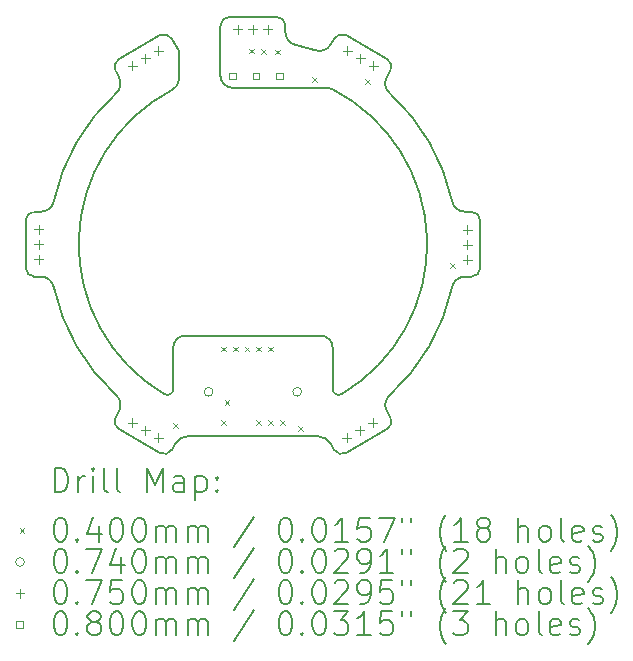
<source format=gbr>
%FSLAX45Y45*%
G04 Gerber Fmt 4.5, Leading zero omitted, Abs format (unit mm)*
G04 Created by KiCad (PCBNEW (6.0.5)) date 2022-06-17 15:32:32*
%MOMM*%
%LPD*%
G01*
G04 APERTURE LIST*
%TA.AperFunction,Profile*%
%ADD10C,0.200000*%
%TD*%
%ADD11C,0.200000*%
%ADD12C,0.040000*%
%ADD13C,0.074000*%
%ADD14C,0.075000*%
%ADD15C,0.080000*%
G04 APERTURE END LIST*
D10*
X13375000Y-13829000D02*
G75*
G03*
X13275000Y-13729000I-100000J0D01*
G01*
X12974994Y-11159954D02*
G75*
G03*
X13061819Y-11267372I109866J4D01*
G01*
X14550000Y-12679000D02*
X14494046Y-12679000D01*
X14625000Y-13154000D02*
X14625000Y-12754000D01*
X13856658Y-14233753D02*
G75*
G03*
X14386615Y-13315876I-1156658J1279753D01*
G01*
X13374996Y-14180784D02*
G75*
G03*
X13450439Y-14223830I50004J5D01*
G01*
X13229969Y-11312432D02*
G75*
G03*
X13358866Y-11262811I33751J104552D01*
G01*
X12425000Y-11529000D02*
G75*
G03*
X12525000Y-11629000I100000J0D01*
G01*
X13375000Y-14180784D02*
X13375000Y-13829000D01*
X13835707Y-14521101D02*
G75*
G03*
X13863157Y-14418647I-37497J64951D01*
G01*
X12525000Y-11629000D02*
X13320635Y-11629000D01*
X12013157Y-14693647D02*
X12041135Y-14645189D01*
X14625000Y-12754000D02*
G75*
G03*
X14550000Y-12679000I-75000J0D01*
G01*
X13275000Y-13729000D02*
X12125000Y-13729000D01*
X13450439Y-14223829D02*
G75*
G03*
X13373632Y-11641809I-750439J1269829D01*
G01*
X13835178Y-11537810D02*
G75*
G03*
X13856658Y-11674246I95142J-54930D01*
G01*
X13358864Y-14645190D02*
G75*
G03*
X13244224Y-14579000I-114644J-66190D01*
G01*
X12155778Y-14578999D02*
G75*
G03*
X12041135Y-14645189I2J-132381D01*
G01*
X13835180Y-11537811D02*
X13863157Y-11489353D01*
X13863155Y-11489352D02*
G75*
G03*
X13835705Y-11386901I-64945J37502D01*
G01*
X13863157Y-14418647D02*
X13835180Y-14370189D01*
X13835705Y-11386901D02*
X13489295Y-11186901D01*
X12025000Y-13829000D02*
X12025000Y-14180784D01*
X10905955Y-12679006D02*
G75*
G03*
X11013384Y-12592132I-5J109866D01*
G01*
X11013373Y-13315819D02*
G75*
G03*
X11543242Y-14233662I1686627J361819D01*
G01*
X11564822Y-14370190D02*
G75*
G03*
X11543242Y-14233663I-95143J54930D01*
G01*
X12020121Y-11645033D02*
G75*
G03*
X12074029Y-11556291I-46091J88743D01*
G01*
X13489295Y-14721099D02*
X13835705Y-14521099D01*
X11543343Y-11674247D02*
G75*
G03*
X11013384Y-12592132I1156657J-1279753D01*
G01*
X14386628Y-12592181D02*
G75*
G03*
X13856658Y-11674247I-1686628J-361819D01*
G01*
X11564821Y-14370189D02*
X11536843Y-14418647D01*
X13489299Y-11186895D02*
G75*
G03*
X13386843Y-11214353I-37499J-64955D01*
G01*
X12155778Y-14579000D02*
X13244224Y-14579000D01*
X11536848Y-14418650D02*
G75*
G03*
X11564295Y-14521099I64952J-37500D01*
G01*
X14494046Y-13228995D02*
G75*
G03*
X14386616Y-13315876I4J-109865D01*
G01*
X14386633Y-12592180D02*
G75*
G03*
X14494046Y-12679000I107417J23040D01*
G01*
X12500000Y-11029000D02*
G75*
G03*
X12425000Y-11104000I0J-75000D01*
G01*
X13358866Y-14645189D02*
X13386843Y-14693647D01*
X12074029Y-11556291D02*
X12074029Y-11319785D01*
X11564292Y-11386896D02*
G75*
G03*
X11536843Y-11489353I37508J-64954D01*
G01*
X13386850Y-14693643D02*
G75*
G03*
X13489295Y-14721099I64950J37493D01*
G01*
X10775000Y-13154000D02*
G75*
G03*
X10850000Y-13229000I75000J0D01*
G01*
X11910708Y-14721094D02*
G75*
G03*
X12013157Y-14693647I37502J64945D01*
G01*
X11543340Y-11674245D02*
G75*
G03*
X11564820Y-11537811I-73661J81505D01*
G01*
X12900000Y-11029000D02*
X12500000Y-11029000D01*
X10850001Y-13229000D02*
X10905955Y-13229000D01*
X12020122Y-11645035D02*
G75*
G03*
X11949562Y-14223829I679878J-1308965D01*
G01*
X13386843Y-11214353D02*
X13358866Y-11262811D01*
X11013367Y-13315820D02*
G75*
G03*
X10905955Y-13229000I-107417J-23040D01*
G01*
X12125000Y-13729000D02*
G75*
G03*
X12025000Y-13829000I0J-100000D01*
G01*
X12425000Y-11104000D02*
X12425000Y-11529000D01*
X10905955Y-12679000D02*
X10850001Y-12679000D01*
X12975000Y-11104000D02*
G75*
G03*
X12900000Y-11029000I-75000J0D01*
G01*
X13373630Y-11641811D02*
G75*
G03*
X13320635Y-11629000I-53000J-103229D01*
G01*
X12074029Y-11319785D02*
X12013157Y-11214353D01*
X14550000Y-13229000D02*
G75*
G03*
X14625000Y-13154000I0J75001D01*
G01*
X13229970Y-11312428D02*
G75*
G03*
X13061819Y-11267372I-529970J-1641592D01*
G01*
X11949563Y-14223827D02*
G75*
G03*
X12025000Y-14180784I25437J43047D01*
G01*
X10850001Y-12679000D02*
G75*
G03*
X10775000Y-12754000I-1J-75000D01*
G01*
X10775000Y-12754000D02*
X10775001Y-13154000D01*
X11910706Y-11186901D02*
X11564295Y-11386901D01*
X11536843Y-11489353D02*
X11564820Y-11537811D01*
X14494046Y-13229000D02*
X14550000Y-13229000D01*
X12975000Y-11159954D02*
X12975000Y-11104000D01*
X13856660Y-14233755D02*
G75*
G03*
X13835180Y-14370189I73660J-81505D01*
G01*
X11564295Y-14521099D02*
X11910705Y-14721099D01*
X12013162Y-11214350D02*
G75*
G03*
X11910706Y-11186901I-64952J-37500D01*
G01*
D11*
D12*
X12025000Y-14468999D02*
X12065000Y-14508999D01*
X12065000Y-14468999D02*
X12025000Y-14508999D01*
X12430000Y-13821500D02*
X12470000Y-13861500D01*
X12470000Y-13821500D02*
X12430000Y-13861500D01*
X12430000Y-14446502D02*
X12470000Y-14486502D01*
X12470000Y-14446502D02*
X12430000Y-14486502D01*
X12460000Y-14274000D02*
X12500000Y-14314000D01*
X12500000Y-14274000D02*
X12460000Y-14314000D01*
X12530000Y-13821500D02*
X12570000Y-13861500D01*
X12570000Y-13821500D02*
X12530000Y-13861500D01*
X12630000Y-13821500D02*
X12670000Y-13861500D01*
X12670000Y-13821500D02*
X12630000Y-13861500D01*
X12670000Y-11299000D02*
X12710000Y-11339000D01*
X12710000Y-11299000D02*
X12670000Y-11339000D01*
X12730000Y-13821500D02*
X12770000Y-13861500D01*
X12770000Y-13821500D02*
X12730000Y-13861500D01*
X12730000Y-14446501D02*
X12770000Y-14486501D01*
X12770000Y-14446501D02*
X12730000Y-14486501D01*
X12769178Y-11299822D02*
X12809178Y-11339822D01*
X12809178Y-11299822D02*
X12769178Y-11339822D01*
X12830000Y-13821500D02*
X12870000Y-13861500D01*
X12870000Y-13821500D02*
X12830000Y-13861500D01*
X12830000Y-14446501D02*
X12870000Y-14486501D01*
X12870000Y-14446501D02*
X12830000Y-14486501D01*
X12889043Y-11308000D02*
X12929043Y-11348000D01*
X12929043Y-11308000D02*
X12889043Y-11348000D01*
X12930000Y-14446499D02*
X12970000Y-14486499D01*
X12970000Y-14446499D02*
X12930000Y-14486499D01*
X13084091Y-14493999D02*
X13124091Y-14533999D01*
X13124091Y-14493999D02*
X13084091Y-14533999D01*
X13198503Y-11541500D02*
X13238503Y-11581500D01*
X13238503Y-11541500D02*
X13198503Y-11581500D01*
X13650000Y-11554000D02*
X13690000Y-11594000D01*
X13690000Y-11554000D02*
X13650000Y-11594000D01*
X14370000Y-13114000D02*
X14410000Y-13154000D01*
X14410000Y-13114000D02*
X14370000Y-13154000D01*
D13*
X12362000Y-14204000D02*
G75*
G03*
X12362000Y-14204000I-37000J0D01*
G01*
X13112000Y-14204000D02*
G75*
G03*
X13112000Y-14204000I-37000J0D01*
G01*
D14*
X10885000Y-12789500D02*
X10885000Y-12864500D01*
X10847500Y-12827000D02*
X10922500Y-12827000D01*
X10885000Y-12916500D02*
X10885000Y-12991500D01*
X10847500Y-12954000D02*
X10922500Y-12954000D01*
X10885000Y-13043500D02*
X10885000Y-13118500D01*
X10847500Y-13081000D02*
X10922500Y-13081000D01*
X11680015Y-14428000D02*
X11680015Y-14503000D01*
X11642515Y-14465500D02*
X11717515Y-14465500D01*
X11680015Y-11405000D02*
X11680015Y-11480000D01*
X11642515Y-11442500D02*
X11717515Y-11442500D01*
X11790000Y-11341500D02*
X11790000Y-11416500D01*
X11752500Y-11379000D02*
X11827500Y-11379000D01*
X11790000Y-14491500D02*
X11790000Y-14566500D01*
X11752500Y-14529000D02*
X11827500Y-14529000D01*
X11899985Y-14555000D02*
X11899985Y-14630000D01*
X11862485Y-14592500D02*
X11937485Y-14592500D01*
X11899985Y-11278000D02*
X11899985Y-11353000D01*
X11862485Y-11315500D02*
X11937485Y-11315500D01*
X12570460Y-11096500D02*
X12570460Y-11171500D01*
X12532960Y-11134000D02*
X12607960Y-11134000D01*
X12697460Y-11096500D02*
X12697460Y-11171500D01*
X12659960Y-11134000D02*
X12734960Y-11134000D01*
X12824460Y-11096500D02*
X12824460Y-11171500D01*
X12786960Y-11134000D02*
X12861960Y-11134000D01*
X13495015Y-14555000D02*
X13495015Y-14630000D01*
X13457515Y-14592500D02*
X13532515Y-14592500D01*
X13500015Y-11278000D02*
X13500015Y-11353000D01*
X13462515Y-11315500D02*
X13537515Y-11315500D01*
X13605000Y-14491500D02*
X13605000Y-14566500D01*
X13567500Y-14529000D02*
X13642500Y-14529000D01*
X13610000Y-11341500D02*
X13610000Y-11416500D01*
X13572500Y-11379000D02*
X13647500Y-11379000D01*
X13714985Y-14428000D02*
X13714985Y-14503000D01*
X13677485Y-14465500D02*
X13752485Y-14465500D01*
X13719985Y-11405000D02*
X13719985Y-11480000D01*
X13682485Y-11442500D02*
X13757485Y-11442500D01*
X14515000Y-12794500D02*
X14515000Y-12869500D01*
X14477500Y-12832000D02*
X14552500Y-12832000D01*
X14515000Y-12921500D02*
X14515000Y-12996500D01*
X14477500Y-12959000D02*
X14552500Y-12959000D01*
X14515000Y-13048500D02*
X14515000Y-13123500D01*
X14477500Y-13086000D02*
X14552500Y-13086000D01*
D15*
X12553284Y-11557284D02*
X12553284Y-11500715D01*
X12496715Y-11500715D01*
X12496715Y-11557284D01*
X12553284Y-11557284D01*
X12753284Y-11557284D02*
X12753284Y-11500715D01*
X12696715Y-11500715D01*
X12696715Y-11557284D01*
X12753284Y-11557284D01*
X12953284Y-11557284D02*
X12953284Y-11500715D01*
X12896715Y-11500715D01*
X12896715Y-11557284D01*
X12953284Y-11557284D01*
D11*
X11022619Y-15051621D02*
X11022619Y-14851621D01*
X11070238Y-14851621D01*
X11098810Y-14861145D01*
X11117857Y-14880193D01*
X11127381Y-14899240D01*
X11136905Y-14937336D01*
X11136905Y-14965907D01*
X11127381Y-15004002D01*
X11117857Y-15023050D01*
X11098810Y-15042097D01*
X11070238Y-15051621D01*
X11022619Y-15051621D01*
X11222619Y-15051621D02*
X11222619Y-14918288D01*
X11222619Y-14956383D02*
X11232143Y-14937336D01*
X11241667Y-14927812D01*
X11260714Y-14918288D01*
X11279762Y-14918288D01*
X11346428Y-15051621D02*
X11346428Y-14918288D01*
X11346428Y-14851621D02*
X11336905Y-14861145D01*
X11346428Y-14870669D01*
X11355952Y-14861145D01*
X11346428Y-14851621D01*
X11346428Y-14870669D01*
X11470238Y-15051621D02*
X11451190Y-15042097D01*
X11441667Y-15023050D01*
X11441667Y-14851621D01*
X11575000Y-15051621D02*
X11555952Y-15042097D01*
X11546428Y-15023050D01*
X11546428Y-14851621D01*
X11803571Y-15051621D02*
X11803571Y-14851621D01*
X11870238Y-14994478D01*
X11936905Y-14851621D01*
X11936905Y-15051621D01*
X12117857Y-15051621D02*
X12117857Y-14946859D01*
X12108333Y-14927812D01*
X12089286Y-14918288D01*
X12051190Y-14918288D01*
X12032143Y-14927812D01*
X12117857Y-15042097D02*
X12098809Y-15051621D01*
X12051190Y-15051621D01*
X12032143Y-15042097D01*
X12022619Y-15023050D01*
X12022619Y-15004002D01*
X12032143Y-14984955D01*
X12051190Y-14975431D01*
X12098809Y-14975431D01*
X12117857Y-14965907D01*
X12213095Y-14918288D02*
X12213095Y-15118288D01*
X12213095Y-14927812D02*
X12232143Y-14918288D01*
X12270238Y-14918288D01*
X12289286Y-14927812D01*
X12298809Y-14937336D01*
X12308333Y-14956383D01*
X12308333Y-15013526D01*
X12298809Y-15032574D01*
X12289286Y-15042097D01*
X12270238Y-15051621D01*
X12232143Y-15051621D01*
X12213095Y-15042097D01*
X12394048Y-15032574D02*
X12403571Y-15042097D01*
X12394048Y-15051621D01*
X12384524Y-15042097D01*
X12394048Y-15032574D01*
X12394048Y-15051621D01*
X12394048Y-14927812D02*
X12403571Y-14937336D01*
X12394048Y-14946859D01*
X12384524Y-14937336D01*
X12394048Y-14927812D01*
X12394048Y-14946859D01*
D12*
X10725000Y-15361145D02*
X10765000Y-15401145D01*
X10765000Y-15361145D02*
X10725000Y-15401145D01*
D11*
X11060714Y-15271621D02*
X11079762Y-15271621D01*
X11098810Y-15281145D01*
X11108333Y-15290669D01*
X11117857Y-15309717D01*
X11127381Y-15347812D01*
X11127381Y-15395431D01*
X11117857Y-15433526D01*
X11108333Y-15452574D01*
X11098810Y-15462097D01*
X11079762Y-15471621D01*
X11060714Y-15471621D01*
X11041667Y-15462097D01*
X11032143Y-15452574D01*
X11022619Y-15433526D01*
X11013095Y-15395431D01*
X11013095Y-15347812D01*
X11022619Y-15309717D01*
X11032143Y-15290669D01*
X11041667Y-15281145D01*
X11060714Y-15271621D01*
X11213095Y-15452574D02*
X11222619Y-15462097D01*
X11213095Y-15471621D01*
X11203571Y-15462097D01*
X11213095Y-15452574D01*
X11213095Y-15471621D01*
X11394048Y-15338288D02*
X11394048Y-15471621D01*
X11346428Y-15262097D02*
X11298809Y-15404955D01*
X11422619Y-15404955D01*
X11536905Y-15271621D02*
X11555952Y-15271621D01*
X11575000Y-15281145D01*
X11584524Y-15290669D01*
X11594048Y-15309717D01*
X11603571Y-15347812D01*
X11603571Y-15395431D01*
X11594048Y-15433526D01*
X11584524Y-15452574D01*
X11575000Y-15462097D01*
X11555952Y-15471621D01*
X11536905Y-15471621D01*
X11517857Y-15462097D01*
X11508333Y-15452574D01*
X11498809Y-15433526D01*
X11489286Y-15395431D01*
X11489286Y-15347812D01*
X11498809Y-15309717D01*
X11508333Y-15290669D01*
X11517857Y-15281145D01*
X11536905Y-15271621D01*
X11727381Y-15271621D02*
X11746428Y-15271621D01*
X11765476Y-15281145D01*
X11775000Y-15290669D01*
X11784524Y-15309717D01*
X11794048Y-15347812D01*
X11794048Y-15395431D01*
X11784524Y-15433526D01*
X11775000Y-15452574D01*
X11765476Y-15462097D01*
X11746428Y-15471621D01*
X11727381Y-15471621D01*
X11708333Y-15462097D01*
X11698809Y-15452574D01*
X11689286Y-15433526D01*
X11679762Y-15395431D01*
X11679762Y-15347812D01*
X11689286Y-15309717D01*
X11698809Y-15290669D01*
X11708333Y-15281145D01*
X11727381Y-15271621D01*
X11879762Y-15471621D02*
X11879762Y-15338288D01*
X11879762Y-15357336D02*
X11889286Y-15347812D01*
X11908333Y-15338288D01*
X11936905Y-15338288D01*
X11955952Y-15347812D01*
X11965476Y-15366859D01*
X11965476Y-15471621D01*
X11965476Y-15366859D02*
X11975000Y-15347812D01*
X11994048Y-15338288D01*
X12022619Y-15338288D01*
X12041667Y-15347812D01*
X12051190Y-15366859D01*
X12051190Y-15471621D01*
X12146428Y-15471621D02*
X12146428Y-15338288D01*
X12146428Y-15357336D02*
X12155952Y-15347812D01*
X12175000Y-15338288D01*
X12203571Y-15338288D01*
X12222619Y-15347812D01*
X12232143Y-15366859D01*
X12232143Y-15471621D01*
X12232143Y-15366859D02*
X12241667Y-15347812D01*
X12260714Y-15338288D01*
X12289286Y-15338288D01*
X12308333Y-15347812D01*
X12317857Y-15366859D01*
X12317857Y-15471621D01*
X12708333Y-15262097D02*
X12536905Y-15519240D01*
X12965476Y-15271621D02*
X12984524Y-15271621D01*
X13003571Y-15281145D01*
X13013095Y-15290669D01*
X13022619Y-15309717D01*
X13032143Y-15347812D01*
X13032143Y-15395431D01*
X13022619Y-15433526D01*
X13013095Y-15452574D01*
X13003571Y-15462097D01*
X12984524Y-15471621D01*
X12965476Y-15471621D01*
X12946428Y-15462097D01*
X12936905Y-15452574D01*
X12927381Y-15433526D01*
X12917857Y-15395431D01*
X12917857Y-15347812D01*
X12927381Y-15309717D01*
X12936905Y-15290669D01*
X12946428Y-15281145D01*
X12965476Y-15271621D01*
X13117857Y-15452574D02*
X13127381Y-15462097D01*
X13117857Y-15471621D01*
X13108333Y-15462097D01*
X13117857Y-15452574D01*
X13117857Y-15471621D01*
X13251190Y-15271621D02*
X13270238Y-15271621D01*
X13289286Y-15281145D01*
X13298809Y-15290669D01*
X13308333Y-15309717D01*
X13317857Y-15347812D01*
X13317857Y-15395431D01*
X13308333Y-15433526D01*
X13298809Y-15452574D01*
X13289286Y-15462097D01*
X13270238Y-15471621D01*
X13251190Y-15471621D01*
X13232143Y-15462097D01*
X13222619Y-15452574D01*
X13213095Y-15433526D01*
X13203571Y-15395431D01*
X13203571Y-15347812D01*
X13213095Y-15309717D01*
X13222619Y-15290669D01*
X13232143Y-15281145D01*
X13251190Y-15271621D01*
X13508333Y-15471621D02*
X13394048Y-15471621D01*
X13451190Y-15471621D02*
X13451190Y-15271621D01*
X13432143Y-15300193D01*
X13413095Y-15319240D01*
X13394048Y-15328764D01*
X13689286Y-15271621D02*
X13594048Y-15271621D01*
X13584524Y-15366859D01*
X13594048Y-15357336D01*
X13613095Y-15347812D01*
X13660714Y-15347812D01*
X13679762Y-15357336D01*
X13689286Y-15366859D01*
X13698809Y-15385907D01*
X13698809Y-15433526D01*
X13689286Y-15452574D01*
X13679762Y-15462097D01*
X13660714Y-15471621D01*
X13613095Y-15471621D01*
X13594048Y-15462097D01*
X13584524Y-15452574D01*
X13765476Y-15271621D02*
X13898809Y-15271621D01*
X13813095Y-15471621D01*
X13965476Y-15271621D02*
X13965476Y-15309717D01*
X14041667Y-15271621D02*
X14041667Y-15309717D01*
X14336905Y-15547812D02*
X14327381Y-15538288D01*
X14308333Y-15509717D01*
X14298809Y-15490669D01*
X14289286Y-15462097D01*
X14279762Y-15414478D01*
X14279762Y-15376383D01*
X14289286Y-15328764D01*
X14298809Y-15300193D01*
X14308333Y-15281145D01*
X14327381Y-15252574D01*
X14336905Y-15243050D01*
X14517857Y-15471621D02*
X14403571Y-15471621D01*
X14460714Y-15471621D02*
X14460714Y-15271621D01*
X14441667Y-15300193D01*
X14422619Y-15319240D01*
X14403571Y-15328764D01*
X14632143Y-15357336D02*
X14613095Y-15347812D01*
X14603571Y-15338288D01*
X14594048Y-15319240D01*
X14594048Y-15309717D01*
X14603571Y-15290669D01*
X14613095Y-15281145D01*
X14632143Y-15271621D01*
X14670238Y-15271621D01*
X14689286Y-15281145D01*
X14698809Y-15290669D01*
X14708333Y-15309717D01*
X14708333Y-15319240D01*
X14698809Y-15338288D01*
X14689286Y-15347812D01*
X14670238Y-15357336D01*
X14632143Y-15357336D01*
X14613095Y-15366859D01*
X14603571Y-15376383D01*
X14594048Y-15395431D01*
X14594048Y-15433526D01*
X14603571Y-15452574D01*
X14613095Y-15462097D01*
X14632143Y-15471621D01*
X14670238Y-15471621D01*
X14689286Y-15462097D01*
X14698809Y-15452574D01*
X14708333Y-15433526D01*
X14708333Y-15395431D01*
X14698809Y-15376383D01*
X14689286Y-15366859D01*
X14670238Y-15357336D01*
X14946428Y-15471621D02*
X14946428Y-15271621D01*
X15032143Y-15471621D02*
X15032143Y-15366859D01*
X15022619Y-15347812D01*
X15003571Y-15338288D01*
X14975000Y-15338288D01*
X14955952Y-15347812D01*
X14946428Y-15357336D01*
X15155952Y-15471621D02*
X15136905Y-15462097D01*
X15127381Y-15452574D01*
X15117857Y-15433526D01*
X15117857Y-15376383D01*
X15127381Y-15357336D01*
X15136905Y-15347812D01*
X15155952Y-15338288D01*
X15184524Y-15338288D01*
X15203571Y-15347812D01*
X15213095Y-15357336D01*
X15222619Y-15376383D01*
X15222619Y-15433526D01*
X15213095Y-15452574D01*
X15203571Y-15462097D01*
X15184524Y-15471621D01*
X15155952Y-15471621D01*
X15336905Y-15471621D02*
X15317857Y-15462097D01*
X15308333Y-15443050D01*
X15308333Y-15271621D01*
X15489286Y-15462097D02*
X15470238Y-15471621D01*
X15432143Y-15471621D01*
X15413095Y-15462097D01*
X15403571Y-15443050D01*
X15403571Y-15366859D01*
X15413095Y-15347812D01*
X15432143Y-15338288D01*
X15470238Y-15338288D01*
X15489286Y-15347812D01*
X15498809Y-15366859D01*
X15498809Y-15385907D01*
X15403571Y-15404955D01*
X15575000Y-15462097D02*
X15594048Y-15471621D01*
X15632143Y-15471621D01*
X15651190Y-15462097D01*
X15660714Y-15443050D01*
X15660714Y-15433526D01*
X15651190Y-15414478D01*
X15632143Y-15404955D01*
X15603571Y-15404955D01*
X15584524Y-15395431D01*
X15575000Y-15376383D01*
X15575000Y-15366859D01*
X15584524Y-15347812D01*
X15603571Y-15338288D01*
X15632143Y-15338288D01*
X15651190Y-15347812D01*
X15727381Y-15547812D02*
X15736905Y-15538288D01*
X15755952Y-15509717D01*
X15765476Y-15490669D01*
X15775000Y-15462097D01*
X15784524Y-15414478D01*
X15784524Y-15376383D01*
X15775000Y-15328764D01*
X15765476Y-15300193D01*
X15755952Y-15281145D01*
X15736905Y-15252574D01*
X15727381Y-15243050D01*
D13*
X10765000Y-15645145D02*
G75*
G03*
X10765000Y-15645145I-37000J0D01*
G01*
D11*
X11060714Y-15535621D02*
X11079762Y-15535621D01*
X11098810Y-15545145D01*
X11108333Y-15554669D01*
X11117857Y-15573717D01*
X11127381Y-15611812D01*
X11127381Y-15659431D01*
X11117857Y-15697526D01*
X11108333Y-15716574D01*
X11098810Y-15726097D01*
X11079762Y-15735621D01*
X11060714Y-15735621D01*
X11041667Y-15726097D01*
X11032143Y-15716574D01*
X11022619Y-15697526D01*
X11013095Y-15659431D01*
X11013095Y-15611812D01*
X11022619Y-15573717D01*
X11032143Y-15554669D01*
X11041667Y-15545145D01*
X11060714Y-15535621D01*
X11213095Y-15716574D02*
X11222619Y-15726097D01*
X11213095Y-15735621D01*
X11203571Y-15726097D01*
X11213095Y-15716574D01*
X11213095Y-15735621D01*
X11289286Y-15535621D02*
X11422619Y-15535621D01*
X11336905Y-15735621D01*
X11584524Y-15602288D02*
X11584524Y-15735621D01*
X11536905Y-15526097D02*
X11489286Y-15668955D01*
X11613095Y-15668955D01*
X11727381Y-15535621D02*
X11746428Y-15535621D01*
X11765476Y-15545145D01*
X11775000Y-15554669D01*
X11784524Y-15573717D01*
X11794048Y-15611812D01*
X11794048Y-15659431D01*
X11784524Y-15697526D01*
X11775000Y-15716574D01*
X11765476Y-15726097D01*
X11746428Y-15735621D01*
X11727381Y-15735621D01*
X11708333Y-15726097D01*
X11698809Y-15716574D01*
X11689286Y-15697526D01*
X11679762Y-15659431D01*
X11679762Y-15611812D01*
X11689286Y-15573717D01*
X11698809Y-15554669D01*
X11708333Y-15545145D01*
X11727381Y-15535621D01*
X11879762Y-15735621D02*
X11879762Y-15602288D01*
X11879762Y-15621336D02*
X11889286Y-15611812D01*
X11908333Y-15602288D01*
X11936905Y-15602288D01*
X11955952Y-15611812D01*
X11965476Y-15630859D01*
X11965476Y-15735621D01*
X11965476Y-15630859D02*
X11975000Y-15611812D01*
X11994048Y-15602288D01*
X12022619Y-15602288D01*
X12041667Y-15611812D01*
X12051190Y-15630859D01*
X12051190Y-15735621D01*
X12146428Y-15735621D02*
X12146428Y-15602288D01*
X12146428Y-15621336D02*
X12155952Y-15611812D01*
X12175000Y-15602288D01*
X12203571Y-15602288D01*
X12222619Y-15611812D01*
X12232143Y-15630859D01*
X12232143Y-15735621D01*
X12232143Y-15630859D02*
X12241667Y-15611812D01*
X12260714Y-15602288D01*
X12289286Y-15602288D01*
X12308333Y-15611812D01*
X12317857Y-15630859D01*
X12317857Y-15735621D01*
X12708333Y-15526097D02*
X12536905Y-15783240D01*
X12965476Y-15535621D02*
X12984524Y-15535621D01*
X13003571Y-15545145D01*
X13013095Y-15554669D01*
X13022619Y-15573717D01*
X13032143Y-15611812D01*
X13032143Y-15659431D01*
X13022619Y-15697526D01*
X13013095Y-15716574D01*
X13003571Y-15726097D01*
X12984524Y-15735621D01*
X12965476Y-15735621D01*
X12946428Y-15726097D01*
X12936905Y-15716574D01*
X12927381Y-15697526D01*
X12917857Y-15659431D01*
X12917857Y-15611812D01*
X12927381Y-15573717D01*
X12936905Y-15554669D01*
X12946428Y-15545145D01*
X12965476Y-15535621D01*
X13117857Y-15716574D02*
X13127381Y-15726097D01*
X13117857Y-15735621D01*
X13108333Y-15726097D01*
X13117857Y-15716574D01*
X13117857Y-15735621D01*
X13251190Y-15535621D02*
X13270238Y-15535621D01*
X13289286Y-15545145D01*
X13298809Y-15554669D01*
X13308333Y-15573717D01*
X13317857Y-15611812D01*
X13317857Y-15659431D01*
X13308333Y-15697526D01*
X13298809Y-15716574D01*
X13289286Y-15726097D01*
X13270238Y-15735621D01*
X13251190Y-15735621D01*
X13232143Y-15726097D01*
X13222619Y-15716574D01*
X13213095Y-15697526D01*
X13203571Y-15659431D01*
X13203571Y-15611812D01*
X13213095Y-15573717D01*
X13222619Y-15554669D01*
X13232143Y-15545145D01*
X13251190Y-15535621D01*
X13394048Y-15554669D02*
X13403571Y-15545145D01*
X13422619Y-15535621D01*
X13470238Y-15535621D01*
X13489286Y-15545145D01*
X13498809Y-15554669D01*
X13508333Y-15573717D01*
X13508333Y-15592764D01*
X13498809Y-15621336D01*
X13384524Y-15735621D01*
X13508333Y-15735621D01*
X13603571Y-15735621D02*
X13641667Y-15735621D01*
X13660714Y-15726097D01*
X13670238Y-15716574D01*
X13689286Y-15688002D01*
X13698809Y-15649907D01*
X13698809Y-15573717D01*
X13689286Y-15554669D01*
X13679762Y-15545145D01*
X13660714Y-15535621D01*
X13622619Y-15535621D01*
X13603571Y-15545145D01*
X13594048Y-15554669D01*
X13584524Y-15573717D01*
X13584524Y-15621336D01*
X13594048Y-15640383D01*
X13603571Y-15649907D01*
X13622619Y-15659431D01*
X13660714Y-15659431D01*
X13679762Y-15649907D01*
X13689286Y-15640383D01*
X13698809Y-15621336D01*
X13889286Y-15735621D02*
X13775000Y-15735621D01*
X13832143Y-15735621D02*
X13832143Y-15535621D01*
X13813095Y-15564193D01*
X13794048Y-15583240D01*
X13775000Y-15592764D01*
X13965476Y-15535621D02*
X13965476Y-15573717D01*
X14041667Y-15535621D02*
X14041667Y-15573717D01*
X14336905Y-15811812D02*
X14327381Y-15802288D01*
X14308333Y-15773717D01*
X14298809Y-15754669D01*
X14289286Y-15726097D01*
X14279762Y-15678478D01*
X14279762Y-15640383D01*
X14289286Y-15592764D01*
X14298809Y-15564193D01*
X14308333Y-15545145D01*
X14327381Y-15516574D01*
X14336905Y-15507050D01*
X14403571Y-15554669D02*
X14413095Y-15545145D01*
X14432143Y-15535621D01*
X14479762Y-15535621D01*
X14498809Y-15545145D01*
X14508333Y-15554669D01*
X14517857Y-15573717D01*
X14517857Y-15592764D01*
X14508333Y-15621336D01*
X14394048Y-15735621D01*
X14517857Y-15735621D01*
X14755952Y-15735621D02*
X14755952Y-15535621D01*
X14841667Y-15735621D02*
X14841667Y-15630859D01*
X14832143Y-15611812D01*
X14813095Y-15602288D01*
X14784524Y-15602288D01*
X14765476Y-15611812D01*
X14755952Y-15621336D01*
X14965476Y-15735621D02*
X14946428Y-15726097D01*
X14936905Y-15716574D01*
X14927381Y-15697526D01*
X14927381Y-15640383D01*
X14936905Y-15621336D01*
X14946428Y-15611812D01*
X14965476Y-15602288D01*
X14994048Y-15602288D01*
X15013095Y-15611812D01*
X15022619Y-15621336D01*
X15032143Y-15640383D01*
X15032143Y-15697526D01*
X15022619Y-15716574D01*
X15013095Y-15726097D01*
X14994048Y-15735621D01*
X14965476Y-15735621D01*
X15146428Y-15735621D02*
X15127381Y-15726097D01*
X15117857Y-15707050D01*
X15117857Y-15535621D01*
X15298809Y-15726097D02*
X15279762Y-15735621D01*
X15241667Y-15735621D01*
X15222619Y-15726097D01*
X15213095Y-15707050D01*
X15213095Y-15630859D01*
X15222619Y-15611812D01*
X15241667Y-15602288D01*
X15279762Y-15602288D01*
X15298809Y-15611812D01*
X15308333Y-15630859D01*
X15308333Y-15649907D01*
X15213095Y-15668955D01*
X15384524Y-15726097D02*
X15403571Y-15735621D01*
X15441667Y-15735621D01*
X15460714Y-15726097D01*
X15470238Y-15707050D01*
X15470238Y-15697526D01*
X15460714Y-15678478D01*
X15441667Y-15668955D01*
X15413095Y-15668955D01*
X15394048Y-15659431D01*
X15384524Y-15640383D01*
X15384524Y-15630859D01*
X15394048Y-15611812D01*
X15413095Y-15602288D01*
X15441667Y-15602288D01*
X15460714Y-15611812D01*
X15536905Y-15811812D02*
X15546428Y-15802288D01*
X15565476Y-15773717D01*
X15575000Y-15754669D01*
X15584524Y-15726097D01*
X15594048Y-15678478D01*
X15594048Y-15640383D01*
X15584524Y-15592764D01*
X15575000Y-15564193D01*
X15565476Y-15545145D01*
X15546428Y-15516574D01*
X15536905Y-15507050D01*
D14*
X10727500Y-15871645D02*
X10727500Y-15946645D01*
X10690000Y-15909145D02*
X10765000Y-15909145D01*
D11*
X11060714Y-15799621D02*
X11079762Y-15799621D01*
X11098810Y-15809145D01*
X11108333Y-15818669D01*
X11117857Y-15837717D01*
X11127381Y-15875812D01*
X11127381Y-15923431D01*
X11117857Y-15961526D01*
X11108333Y-15980574D01*
X11098810Y-15990097D01*
X11079762Y-15999621D01*
X11060714Y-15999621D01*
X11041667Y-15990097D01*
X11032143Y-15980574D01*
X11022619Y-15961526D01*
X11013095Y-15923431D01*
X11013095Y-15875812D01*
X11022619Y-15837717D01*
X11032143Y-15818669D01*
X11041667Y-15809145D01*
X11060714Y-15799621D01*
X11213095Y-15980574D02*
X11222619Y-15990097D01*
X11213095Y-15999621D01*
X11203571Y-15990097D01*
X11213095Y-15980574D01*
X11213095Y-15999621D01*
X11289286Y-15799621D02*
X11422619Y-15799621D01*
X11336905Y-15999621D01*
X11594048Y-15799621D02*
X11498809Y-15799621D01*
X11489286Y-15894859D01*
X11498809Y-15885336D01*
X11517857Y-15875812D01*
X11565476Y-15875812D01*
X11584524Y-15885336D01*
X11594048Y-15894859D01*
X11603571Y-15913907D01*
X11603571Y-15961526D01*
X11594048Y-15980574D01*
X11584524Y-15990097D01*
X11565476Y-15999621D01*
X11517857Y-15999621D01*
X11498809Y-15990097D01*
X11489286Y-15980574D01*
X11727381Y-15799621D02*
X11746428Y-15799621D01*
X11765476Y-15809145D01*
X11775000Y-15818669D01*
X11784524Y-15837717D01*
X11794048Y-15875812D01*
X11794048Y-15923431D01*
X11784524Y-15961526D01*
X11775000Y-15980574D01*
X11765476Y-15990097D01*
X11746428Y-15999621D01*
X11727381Y-15999621D01*
X11708333Y-15990097D01*
X11698809Y-15980574D01*
X11689286Y-15961526D01*
X11679762Y-15923431D01*
X11679762Y-15875812D01*
X11689286Y-15837717D01*
X11698809Y-15818669D01*
X11708333Y-15809145D01*
X11727381Y-15799621D01*
X11879762Y-15999621D02*
X11879762Y-15866288D01*
X11879762Y-15885336D02*
X11889286Y-15875812D01*
X11908333Y-15866288D01*
X11936905Y-15866288D01*
X11955952Y-15875812D01*
X11965476Y-15894859D01*
X11965476Y-15999621D01*
X11965476Y-15894859D02*
X11975000Y-15875812D01*
X11994048Y-15866288D01*
X12022619Y-15866288D01*
X12041667Y-15875812D01*
X12051190Y-15894859D01*
X12051190Y-15999621D01*
X12146428Y-15999621D02*
X12146428Y-15866288D01*
X12146428Y-15885336D02*
X12155952Y-15875812D01*
X12175000Y-15866288D01*
X12203571Y-15866288D01*
X12222619Y-15875812D01*
X12232143Y-15894859D01*
X12232143Y-15999621D01*
X12232143Y-15894859D02*
X12241667Y-15875812D01*
X12260714Y-15866288D01*
X12289286Y-15866288D01*
X12308333Y-15875812D01*
X12317857Y-15894859D01*
X12317857Y-15999621D01*
X12708333Y-15790097D02*
X12536905Y-16047240D01*
X12965476Y-15799621D02*
X12984524Y-15799621D01*
X13003571Y-15809145D01*
X13013095Y-15818669D01*
X13022619Y-15837717D01*
X13032143Y-15875812D01*
X13032143Y-15923431D01*
X13022619Y-15961526D01*
X13013095Y-15980574D01*
X13003571Y-15990097D01*
X12984524Y-15999621D01*
X12965476Y-15999621D01*
X12946428Y-15990097D01*
X12936905Y-15980574D01*
X12927381Y-15961526D01*
X12917857Y-15923431D01*
X12917857Y-15875812D01*
X12927381Y-15837717D01*
X12936905Y-15818669D01*
X12946428Y-15809145D01*
X12965476Y-15799621D01*
X13117857Y-15980574D02*
X13127381Y-15990097D01*
X13117857Y-15999621D01*
X13108333Y-15990097D01*
X13117857Y-15980574D01*
X13117857Y-15999621D01*
X13251190Y-15799621D02*
X13270238Y-15799621D01*
X13289286Y-15809145D01*
X13298809Y-15818669D01*
X13308333Y-15837717D01*
X13317857Y-15875812D01*
X13317857Y-15923431D01*
X13308333Y-15961526D01*
X13298809Y-15980574D01*
X13289286Y-15990097D01*
X13270238Y-15999621D01*
X13251190Y-15999621D01*
X13232143Y-15990097D01*
X13222619Y-15980574D01*
X13213095Y-15961526D01*
X13203571Y-15923431D01*
X13203571Y-15875812D01*
X13213095Y-15837717D01*
X13222619Y-15818669D01*
X13232143Y-15809145D01*
X13251190Y-15799621D01*
X13394048Y-15818669D02*
X13403571Y-15809145D01*
X13422619Y-15799621D01*
X13470238Y-15799621D01*
X13489286Y-15809145D01*
X13498809Y-15818669D01*
X13508333Y-15837717D01*
X13508333Y-15856764D01*
X13498809Y-15885336D01*
X13384524Y-15999621D01*
X13508333Y-15999621D01*
X13603571Y-15999621D02*
X13641667Y-15999621D01*
X13660714Y-15990097D01*
X13670238Y-15980574D01*
X13689286Y-15952002D01*
X13698809Y-15913907D01*
X13698809Y-15837717D01*
X13689286Y-15818669D01*
X13679762Y-15809145D01*
X13660714Y-15799621D01*
X13622619Y-15799621D01*
X13603571Y-15809145D01*
X13594048Y-15818669D01*
X13584524Y-15837717D01*
X13584524Y-15885336D01*
X13594048Y-15904383D01*
X13603571Y-15913907D01*
X13622619Y-15923431D01*
X13660714Y-15923431D01*
X13679762Y-15913907D01*
X13689286Y-15904383D01*
X13698809Y-15885336D01*
X13879762Y-15799621D02*
X13784524Y-15799621D01*
X13775000Y-15894859D01*
X13784524Y-15885336D01*
X13803571Y-15875812D01*
X13851190Y-15875812D01*
X13870238Y-15885336D01*
X13879762Y-15894859D01*
X13889286Y-15913907D01*
X13889286Y-15961526D01*
X13879762Y-15980574D01*
X13870238Y-15990097D01*
X13851190Y-15999621D01*
X13803571Y-15999621D01*
X13784524Y-15990097D01*
X13775000Y-15980574D01*
X13965476Y-15799621D02*
X13965476Y-15837717D01*
X14041667Y-15799621D02*
X14041667Y-15837717D01*
X14336905Y-16075812D02*
X14327381Y-16066288D01*
X14308333Y-16037717D01*
X14298809Y-16018669D01*
X14289286Y-15990097D01*
X14279762Y-15942478D01*
X14279762Y-15904383D01*
X14289286Y-15856764D01*
X14298809Y-15828193D01*
X14308333Y-15809145D01*
X14327381Y-15780574D01*
X14336905Y-15771050D01*
X14403571Y-15818669D02*
X14413095Y-15809145D01*
X14432143Y-15799621D01*
X14479762Y-15799621D01*
X14498809Y-15809145D01*
X14508333Y-15818669D01*
X14517857Y-15837717D01*
X14517857Y-15856764D01*
X14508333Y-15885336D01*
X14394048Y-15999621D01*
X14517857Y-15999621D01*
X14708333Y-15999621D02*
X14594048Y-15999621D01*
X14651190Y-15999621D02*
X14651190Y-15799621D01*
X14632143Y-15828193D01*
X14613095Y-15847240D01*
X14594048Y-15856764D01*
X14946428Y-15999621D02*
X14946428Y-15799621D01*
X15032143Y-15999621D02*
X15032143Y-15894859D01*
X15022619Y-15875812D01*
X15003571Y-15866288D01*
X14975000Y-15866288D01*
X14955952Y-15875812D01*
X14946428Y-15885336D01*
X15155952Y-15999621D02*
X15136905Y-15990097D01*
X15127381Y-15980574D01*
X15117857Y-15961526D01*
X15117857Y-15904383D01*
X15127381Y-15885336D01*
X15136905Y-15875812D01*
X15155952Y-15866288D01*
X15184524Y-15866288D01*
X15203571Y-15875812D01*
X15213095Y-15885336D01*
X15222619Y-15904383D01*
X15222619Y-15961526D01*
X15213095Y-15980574D01*
X15203571Y-15990097D01*
X15184524Y-15999621D01*
X15155952Y-15999621D01*
X15336905Y-15999621D02*
X15317857Y-15990097D01*
X15308333Y-15971050D01*
X15308333Y-15799621D01*
X15489286Y-15990097D02*
X15470238Y-15999621D01*
X15432143Y-15999621D01*
X15413095Y-15990097D01*
X15403571Y-15971050D01*
X15403571Y-15894859D01*
X15413095Y-15875812D01*
X15432143Y-15866288D01*
X15470238Y-15866288D01*
X15489286Y-15875812D01*
X15498809Y-15894859D01*
X15498809Y-15913907D01*
X15403571Y-15932955D01*
X15575000Y-15990097D02*
X15594048Y-15999621D01*
X15632143Y-15999621D01*
X15651190Y-15990097D01*
X15660714Y-15971050D01*
X15660714Y-15961526D01*
X15651190Y-15942478D01*
X15632143Y-15932955D01*
X15603571Y-15932955D01*
X15584524Y-15923431D01*
X15575000Y-15904383D01*
X15575000Y-15894859D01*
X15584524Y-15875812D01*
X15603571Y-15866288D01*
X15632143Y-15866288D01*
X15651190Y-15875812D01*
X15727381Y-16075812D02*
X15736905Y-16066288D01*
X15755952Y-16037717D01*
X15765476Y-16018669D01*
X15775000Y-15990097D01*
X15784524Y-15942478D01*
X15784524Y-15904383D01*
X15775000Y-15856764D01*
X15765476Y-15828193D01*
X15755952Y-15809145D01*
X15736905Y-15780574D01*
X15727381Y-15771050D01*
D15*
X10753285Y-16201430D02*
X10753285Y-16144861D01*
X10696716Y-16144861D01*
X10696716Y-16201430D01*
X10753285Y-16201430D01*
D11*
X11060714Y-16063621D02*
X11079762Y-16063621D01*
X11098810Y-16073145D01*
X11108333Y-16082669D01*
X11117857Y-16101717D01*
X11127381Y-16139812D01*
X11127381Y-16187431D01*
X11117857Y-16225526D01*
X11108333Y-16244574D01*
X11098810Y-16254097D01*
X11079762Y-16263621D01*
X11060714Y-16263621D01*
X11041667Y-16254097D01*
X11032143Y-16244574D01*
X11022619Y-16225526D01*
X11013095Y-16187431D01*
X11013095Y-16139812D01*
X11022619Y-16101717D01*
X11032143Y-16082669D01*
X11041667Y-16073145D01*
X11060714Y-16063621D01*
X11213095Y-16244574D02*
X11222619Y-16254097D01*
X11213095Y-16263621D01*
X11203571Y-16254097D01*
X11213095Y-16244574D01*
X11213095Y-16263621D01*
X11336905Y-16149336D02*
X11317857Y-16139812D01*
X11308333Y-16130288D01*
X11298809Y-16111240D01*
X11298809Y-16101717D01*
X11308333Y-16082669D01*
X11317857Y-16073145D01*
X11336905Y-16063621D01*
X11375000Y-16063621D01*
X11394048Y-16073145D01*
X11403571Y-16082669D01*
X11413095Y-16101717D01*
X11413095Y-16111240D01*
X11403571Y-16130288D01*
X11394048Y-16139812D01*
X11375000Y-16149336D01*
X11336905Y-16149336D01*
X11317857Y-16158859D01*
X11308333Y-16168383D01*
X11298809Y-16187431D01*
X11298809Y-16225526D01*
X11308333Y-16244574D01*
X11317857Y-16254097D01*
X11336905Y-16263621D01*
X11375000Y-16263621D01*
X11394048Y-16254097D01*
X11403571Y-16244574D01*
X11413095Y-16225526D01*
X11413095Y-16187431D01*
X11403571Y-16168383D01*
X11394048Y-16158859D01*
X11375000Y-16149336D01*
X11536905Y-16063621D02*
X11555952Y-16063621D01*
X11575000Y-16073145D01*
X11584524Y-16082669D01*
X11594048Y-16101717D01*
X11603571Y-16139812D01*
X11603571Y-16187431D01*
X11594048Y-16225526D01*
X11584524Y-16244574D01*
X11575000Y-16254097D01*
X11555952Y-16263621D01*
X11536905Y-16263621D01*
X11517857Y-16254097D01*
X11508333Y-16244574D01*
X11498809Y-16225526D01*
X11489286Y-16187431D01*
X11489286Y-16139812D01*
X11498809Y-16101717D01*
X11508333Y-16082669D01*
X11517857Y-16073145D01*
X11536905Y-16063621D01*
X11727381Y-16063621D02*
X11746428Y-16063621D01*
X11765476Y-16073145D01*
X11775000Y-16082669D01*
X11784524Y-16101717D01*
X11794048Y-16139812D01*
X11794048Y-16187431D01*
X11784524Y-16225526D01*
X11775000Y-16244574D01*
X11765476Y-16254097D01*
X11746428Y-16263621D01*
X11727381Y-16263621D01*
X11708333Y-16254097D01*
X11698809Y-16244574D01*
X11689286Y-16225526D01*
X11679762Y-16187431D01*
X11679762Y-16139812D01*
X11689286Y-16101717D01*
X11698809Y-16082669D01*
X11708333Y-16073145D01*
X11727381Y-16063621D01*
X11879762Y-16263621D02*
X11879762Y-16130288D01*
X11879762Y-16149336D02*
X11889286Y-16139812D01*
X11908333Y-16130288D01*
X11936905Y-16130288D01*
X11955952Y-16139812D01*
X11965476Y-16158859D01*
X11965476Y-16263621D01*
X11965476Y-16158859D02*
X11975000Y-16139812D01*
X11994048Y-16130288D01*
X12022619Y-16130288D01*
X12041667Y-16139812D01*
X12051190Y-16158859D01*
X12051190Y-16263621D01*
X12146428Y-16263621D02*
X12146428Y-16130288D01*
X12146428Y-16149336D02*
X12155952Y-16139812D01*
X12175000Y-16130288D01*
X12203571Y-16130288D01*
X12222619Y-16139812D01*
X12232143Y-16158859D01*
X12232143Y-16263621D01*
X12232143Y-16158859D02*
X12241667Y-16139812D01*
X12260714Y-16130288D01*
X12289286Y-16130288D01*
X12308333Y-16139812D01*
X12317857Y-16158859D01*
X12317857Y-16263621D01*
X12708333Y-16054097D02*
X12536905Y-16311240D01*
X12965476Y-16063621D02*
X12984524Y-16063621D01*
X13003571Y-16073145D01*
X13013095Y-16082669D01*
X13022619Y-16101717D01*
X13032143Y-16139812D01*
X13032143Y-16187431D01*
X13022619Y-16225526D01*
X13013095Y-16244574D01*
X13003571Y-16254097D01*
X12984524Y-16263621D01*
X12965476Y-16263621D01*
X12946428Y-16254097D01*
X12936905Y-16244574D01*
X12927381Y-16225526D01*
X12917857Y-16187431D01*
X12917857Y-16139812D01*
X12927381Y-16101717D01*
X12936905Y-16082669D01*
X12946428Y-16073145D01*
X12965476Y-16063621D01*
X13117857Y-16244574D02*
X13127381Y-16254097D01*
X13117857Y-16263621D01*
X13108333Y-16254097D01*
X13117857Y-16244574D01*
X13117857Y-16263621D01*
X13251190Y-16063621D02*
X13270238Y-16063621D01*
X13289286Y-16073145D01*
X13298809Y-16082669D01*
X13308333Y-16101717D01*
X13317857Y-16139812D01*
X13317857Y-16187431D01*
X13308333Y-16225526D01*
X13298809Y-16244574D01*
X13289286Y-16254097D01*
X13270238Y-16263621D01*
X13251190Y-16263621D01*
X13232143Y-16254097D01*
X13222619Y-16244574D01*
X13213095Y-16225526D01*
X13203571Y-16187431D01*
X13203571Y-16139812D01*
X13213095Y-16101717D01*
X13222619Y-16082669D01*
X13232143Y-16073145D01*
X13251190Y-16063621D01*
X13384524Y-16063621D02*
X13508333Y-16063621D01*
X13441667Y-16139812D01*
X13470238Y-16139812D01*
X13489286Y-16149336D01*
X13498809Y-16158859D01*
X13508333Y-16177907D01*
X13508333Y-16225526D01*
X13498809Y-16244574D01*
X13489286Y-16254097D01*
X13470238Y-16263621D01*
X13413095Y-16263621D01*
X13394048Y-16254097D01*
X13384524Y-16244574D01*
X13698809Y-16263621D02*
X13584524Y-16263621D01*
X13641667Y-16263621D02*
X13641667Y-16063621D01*
X13622619Y-16092193D01*
X13603571Y-16111240D01*
X13584524Y-16120764D01*
X13879762Y-16063621D02*
X13784524Y-16063621D01*
X13775000Y-16158859D01*
X13784524Y-16149336D01*
X13803571Y-16139812D01*
X13851190Y-16139812D01*
X13870238Y-16149336D01*
X13879762Y-16158859D01*
X13889286Y-16177907D01*
X13889286Y-16225526D01*
X13879762Y-16244574D01*
X13870238Y-16254097D01*
X13851190Y-16263621D01*
X13803571Y-16263621D01*
X13784524Y-16254097D01*
X13775000Y-16244574D01*
X13965476Y-16063621D02*
X13965476Y-16101717D01*
X14041667Y-16063621D02*
X14041667Y-16101717D01*
X14336905Y-16339812D02*
X14327381Y-16330288D01*
X14308333Y-16301717D01*
X14298809Y-16282669D01*
X14289286Y-16254097D01*
X14279762Y-16206478D01*
X14279762Y-16168383D01*
X14289286Y-16120764D01*
X14298809Y-16092193D01*
X14308333Y-16073145D01*
X14327381Y-16044574D01*
X14336905Y-16035050D01*
X14394048Y-16063621D02*
X14517857Y-16063621D01*
X14451190Y-16139812D01*
X14479762Y-16139812D01*
X14498809Y-16149336D01*
X14508333Y-16158859D01*
X14517857Y-16177907D01*
X14517857Y-16225526D01*
X14508333Y-16244574D01*
X14498809Y-16254097D01*
X14479762Y-16263621D01*
X14422619Y-16263621D01*
X14403571Y-16254097D01*
X14394048Y-16244574D01*
X14755952Y-16263621D02*
X14755952Y-16063621D01*
X14841667Y-16263621D02*
X14841667Y-16158859D01*
X14832143Y-16139812D01*
X14813095Y-16130288D01*
X14784524Y-16130288D01*
X14765476Y-16139812D01*
X14755952Y-16149336D01*
X14965476Y-16263621D02*
X14946428Y-16254097D01*
X14936905Y-16244574D01*
X14927381Y-16225526D01*
X14927381Y-16168383D01*
X14936905Y-16149336D01*
X14946428Y-16139812D01*
X14965476Y-16130288D01*
X14994048Y-16130288D01*
X15013095Y-16139812D01*
X15022619Y-16149336D01*
X15032143Y-16168383D01*
X15032143Y-16225526D01*
X15022619Y-16244574D01*
X15013095Y-16254097D01*
X14994048Y-16263621D01*
X14965476Y-16263621D01*
X15146428Y-16263621D02*
X15127381Y-16254097D01*
X15117857Y-16235050D01*
X15117857Y-16063621D01*
X15298809Y-16254097D02*
X15279762Y-16263621D01*
X15241667Y-16263621D01*
X15222619Y-16254097D01*
X15213095Y-16235050D01*
X15213095Y-16158859D01*
X15222619Y-16139812D01*
X15241667Y-16130288D01*
X15279762Y-16130288D01*
X15298809Y-16139812D01*
X15308333Y-16158859D01*
X15308333Y-16177907D01*
X15213095Y-16196955D01*
X15384524Y-16254097D02*
X15403571Y-16263621D01*
X15441667Y-16263621D01*
X15460714Y-16254097D01*
X15470238Y-16235050D01*
X15470238Y-16225526D01*
X15460714Y-16206478D01*
X15441667Y-16196955D01*
X15413095Y-16196955D01*
X15394048Y-16187431D01*
X15384524Y-16168383D01*
X15384524Y-16158859D01*
X15394048Y-16139812D01*
X15413095Y-16130288D01*
X15441667Y-16130288D01*
X15460714Y-16139812D01*
X15536905Y-16339812D02*
X15546428Y-16330288D01*
X15565476Y-16301717D01*
X15575000Y-16282669D01*
X15584524Y-16254097D01*
X15594048Y-16206478D01*
X15594048Y-16168383D01*
X15584524Y-16120764D01*
X15575000Y-16092193D01*
X15565476Y-16073145D01*
X15546428Y-16044574D01*
X15536905Y-16035050D01*
M02*

</source>
